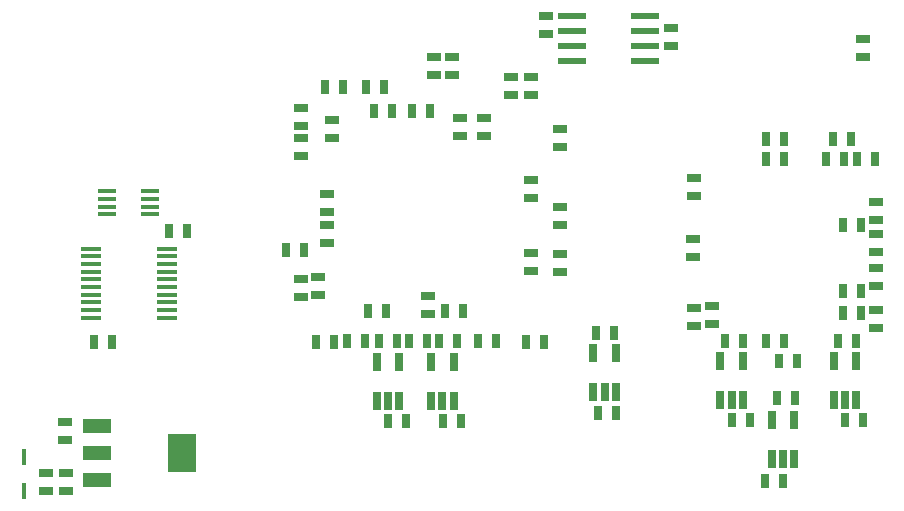
<source format=gbp>
G04 #@! TF.FileFunction,Paste,Bot*
%FSLAX46Y46*%
G04 Gerber Fmt 4.6, Leading zero omitted, Abs format (unit mm)*
G04 Created by KiCad (PCBNEW 4.0.4+dfsg1-stable) date Tue Oct 11 00:50:57 2016*
%MOMM*%
%LPD*%
G01*
G04 APERTURE LIST*
%ADD10C,0.150000*%
%ADD11R,0.650000X1.560000*%
%ADD12R,0.635000X1.143000*%
%ADD13R,1.143000X0.635000*%
%ADD14R,2.350000X0.600000*%
%ADD15R,2.400000X1.200000*%
%ADD16R,2.400000X3.300000*%
%ADD17R,1.700000X0.400000*%
%ADD18R,0.450000X1.400000*%
%ADD19R,1.500000X0.400000*%
G04 APERTURE END LIST*
D10*
D11*
X103743800Y-60603400D03*
X102793800Y-60603400D03*
X101843800Y-60603400D03*
X101843800Y-57303400D03*
X103743800Y-57303400D03*
X113340000Y-60603400D03*
X112390000Y-60603400D03*
X111440000Y-60603400D03*
X111440000Y-57303400D03*
X113340000Y-57303400D03*
X74650000Y-60674600D03*
X73700000Y-60674600D03*
X72750000Y-60674600D03*
X72750000Y-57374600D03*
X74650000Y-57374600D03*
X79256000Y-60652600D03*
X78306000Y-60652600D03*
X77356000Y-60652600D03*
X77356000Y-57352600D03*
X79256000Y-57352600D03*
X92984000Y-59928000D03*
X92034000Y-59928000D03*
X91084000Y-59928000D03*
X91084000Y-56628000D03*
X92984000Y-56628000D03*
D12*
X112235000Y-45811000D03*
X113759000Y-45811000D03*
X112227000Y-51407000D03*
X113751000Y-51407000D03*
X112230000Y-53221000D03*
X113754000Y-53221000D03*
X113438000Y-40200000D03*
X114962000Y-40200000D03*
D13*
X97686200Y-30618800D03*
X97686200Y-29094800D03*
X79116000Y-33111000D03*
X79116000Y-31587000D03*
X77567000Y-33111000D03*
X77567000Y-31587000D03*
X113873000Y-31547000D03*
X113873000Y-30023000D03*
X87043600Y-29628200D03*
X87043600Y-28104200D03*
X77089000Y-51790600D03*
X77089000Y-53314600D03*
X79806800Y-36728400D03*
X79806800Y-38252400D03*
X81788000Y-38252400D03*
X81788000Y-36728400D03*
X101150000Y-52642000D03*
X101150000Y-54166000D03*
D12*
X66553000Y-47859000D03*
X65029000Y-47859000D03*
D13*
X67807000Y-51694000D03*
X67807000Y-50170000D03*
X85800000Y-43462000D03*
X85800000Y-41938000D03*
X68935600Y-36931600D03*
X68935600Y-38455600D03*
D12*
X92862400Y-54914800D03*
X91338400Y-54914800D03*
X79522000Y-55625000D03*
X77998000Y-55625000D03*
X74447400Y-55630000D03*
X72923400Y-55630000D03*
X75230000Y-62390600D03*
X73706000Y-62390600D03*
X92964000Y-61696600D03*
X91440000Y-61696600D03*
X79859000Y-62395600D03*
X78335000Y-62395600D03*
X113320600Y-55600600D03*
X111796600Y-55600600D03*
X103762000Y-55600000D03*
X102238000Y-55600000D03*
X113929000Y-62311000D03*
X112405000Y-62311000D03*
X104323000Y-62316000D03*
X102799000Y-62316000D03*
X112862000Y-38500000D03*
X111338000Y-38500000D03*
X110738000Y-40200000D03*
X112262000Y-40200000D03*
X107262000Y-40200000D03*
X105738000Y-40200000D03*
X105738000Y-38500000D03*
X107262000Y-38500000D03*
D13*
X99600000Y-41838000D03*
X99600000Y-43362000D03*
X115000000Y-45362000D03*
X115000000Y-43838000D03*
X99500000Y-48462000D03*
X99500000Y-46938000D03*
X115000000Y-48062000D03*
X115000000Y-46538000D03*
X115000000Y-50962000D03*
X115000000Y-49438000D03*
X99600000Y-52838000D03*
X99600000Y-54362000D03*
X115000000Y-52938000D03*
X115000000Y-54462000D03*
D12*
X108362000Y-57300000D03*
X106838000Y-57300000D03*
X107262000Y-55600000D03*
X105738000Y-55600000D03*
X70238000Y-55630000D03*
X71762000Y-55630000D03*
X75457000Y-55625000D03*
X76981000Y-55625000D03*
X82850000Y-55621000D03*
X81326000Y-55621000D03*
X69162000Y-55700000D03*
X67638000Y-55700000D03*
X72038000Y-53100000D03*
X73562000Y-53100000D03*
X78538000Y-53100000D03*
X80062000Y-53100000D03*
X85338000Y-55700000D03*
X86862000Y-55700000D03*
D13*
X66300000Y-51862000D03*
X66300000Y-50338000D03*
X88300000Y-49762000D03*
X88300000Y-48238000D03*
X85800000Y-49662000D03*
X85800000Y-48138000D03*
X88300000Y-45762000D03*
X88300000Y-44238000D03*
X68524000Y-45796000D03*
X68524000Y-47320000D03*
X66300000Y-39962000D03*
X66300000Y-38438000D03*
X88300000Y-39162000D03*
X88300000Y-37638000D03*
X66300000Y-35838000D03*
X66300000Y-37362000D03*
D12*
X74062000Y-36100000D03*
X72538000Y-36100000D03*
D13*
X85786000Y-34768000D03*
X85786000Y-33244000D03*
D12*
X69863000Y-34064000D03*
X68339000Y-34064000D03*
X71838000Y-34061000D03*
X73362000Y-34061000D03*
X77262000Y-36100000D03*
X75738000Y-36100000D03*
D13*
X84115000Y-34773000D03*
X84115000Y-33249000D03*
D14*
X95490300Y-28104200D03*
X95490300Y-29374200D03*
X95490300Y-30644200D03*
X95490300Y-31914200D03*
X89290300Y-31914200D03*
X89290300Y-30644200D03*
X89290300Y-29374200D03*
X89290300Y-28104200D03*
D13*
X46406000Y-68298000D03*
X46406000Y-66774000D03*
D12*
X105613000Y-67467000D03*
X107137000Y-67467000D03*
D13*
X46372000Y-62480000D03*
X46372000Y-64004000D03*
D12*
X108113000Y-60430000D03*
X106589000Y-60430000D03*
D13*
X68524000Y-44679000D03*
X68524000Y-43155000D03*
D15*
X49067000Y-65100000D03*
X49067000Y-67400000D03*
X49067000Y-62800000D03*
D16*
X56267000Y-65100000D03*
D11*
X108095000Y-65567000D03*
X107145000Y-65567000D03*
X106195000Y-65567000D03*
X106195000Y-62267000D03*
X108095000Y-62267000D03*
D12*
X50357000Y-55710000D03*
X48833000Y-55710000D03*
X55138000Y-46248000D03*
X56662000Y-46248000D03*
D17*
X48512000Y-53636000D03*
X48512000Y-52986000D03*
X48512000Y-52336000D03*
X48512000Y-51686000D03*
X48512000Y-51036000D03*
X48512000Y-50386000D03*
X48512000Y-49736000D03*
X48512000Y-49086000D03*
X48512000Y-48436000D03*
X48512000Y-47786000D03*
X54952000Y-47786000D03*
X54952000Y-48436000D03*
X54952000Y-49086000D03*
X54952000Y-49736000D03*
X54952000Y-50386000D03*
X54952000Y-51036000D03*
X54952000Y-51686000D03*
X54952000Y-52336000D03*
X54952000Y-52986000D03*
X54952000Y-53636000D03*
D13*
X44752000Y-68298000D03*
X44752000Y-66774000D03*
D18*
X42893000Y-68266000D03*
X42893000Y-65466000D03*
D19*
X49932000Y-44866000D03*
X49932000Y-44216000D03*
X49932000Y-43566000D03*
X49932000Y-42916000D03*
X53532000Y-42916000D03*
X53532000Y-43566000D03*
X53532000Y-44216000D03*
X53532000Y-44866000D03*
M02*

</source>
